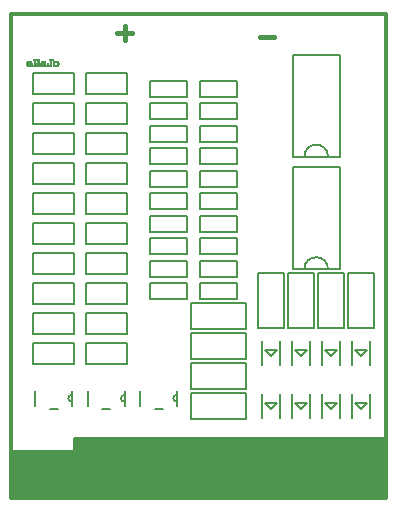
<source format=gbr>
G04 GENERATED BY PULSONIX 12.5 GERBER.DLL 9449*
G04 #@! TF.GenerationSoftware,Pulsonix,Pulsonix,12.5.9449*
G04 #@! TF.CreationDate,2024-02-09T14:36:55--1:00*
G04 #@! TF.Part,Single*
%FSLAX35Y35*%
%LPD*%
%MOMM*%
G04 #@! TF.FileFunction,Legend,Top*
G04 #@! TF.FilePolarity,Positive*
G04 #@! TA.AperFunction,Profile*
%ADD96C,0.30000*%
G04 #@! TA.AperFunction,Material*
%ADD97C,0.20000*%
%ADD98C,0.20320*%
G04 #@! TD.AperFunction*
%ADD99C,0.45000*%
%ADD100C,0.00001*%
G04 #@! TD.AperFunction*
X0Y0D02*
D02*
D96*
X342500Y4596500D02*
X3517500D01*
Y496500D01*
X342500D01*
Y4596500D01*
D02*
D97*
X876625Y896500D02*
Y1007625D01*
X3517500D01*
Y496500D01*
X342500D01*
Y896500D01*
X876625D01*
G36*
X876625Y896500D02*
Y1007625D01*
X3517500D01*
Y496500D01*
X342500D01*
Y896500D01*
X876625D01*
G37*
X3024500Y2435000D02*
X2824500D01*
G75*
G02*
X3024500I100000J0D01*
G01*
Y3387500D02*
X2824500D01*
G75*
G02*
X3024500I100000J0D01*
G01*
X3124500Y2435000D02*
X2724500D01*
Y3295000D01*
X3124500D01*
Y2435000D01*
Y3387500D02*
X2724500D01*
Y4247500D01*
X3124500D01*
Y3387500D01*
D02*
D98*
X529280Y1633100D02*
Y1810900D01*
X874720D01*
Y1633100D01*
X529280D01*
Y2141100D02*
Y2318900D01*
X874720D01*
Y2141100D01*
X529280D01*
Y2649100D02*
Y2826900D01*
X874720D01*
Y2649100D01*
X529280D01*
Y3157100D02*
Y3334900D01*
X874720D01*
Y3157100D01*
X529280D01*
Y3665100D02*
Y3842900D01*
X874720D01*
Y3665100D01*
X529280D01*
X547009Y1403179D02*
Y1278821D01*
X668218Y1251008D02*
X735782D01*
X856991Y1278821D02*
Y1403179D01*
Y1371480D02*
G75*
G03*
Y1310520I0J-30480D01*
G01*
X874720Y2064900D02*
Y1887100D01*
X529280D01*
Y2064900D01*
X874720D01*
Y2572900D02*
Y2395100D01*
X529280D01*
Y2572900D01*
X874720D01*
Y3080900D02*
Y2903100D01*
X529280D01*
Y3080900D01*
X874720D01*
Y3588900D02*
Y3411100D01*
X529280D01*
Y3588900D01*
X874720D01*
Y4096900D02*
Y3919100D01*
X529280D01*
Y4096900D01*
X874720D01*
X973780Y1633100D02*
Y1810900D01*
X1319220D01*
Y1633100D01*
X973780D01*
Y2141100D02*
Y2318900D01*
X1319220D01*
Y2141100D01*
X973780D01*
Y2649100D02*
Y2826900D01*
X1319220D01*
Y2649100D01*
X973780D01*
Y3157100D02*
Y3334900D01*
X1319220D01*
Y3157100D01*
X973780D01*
Y3665100D02*
Y3842900D01*
X1319220D01*
Y3665100D01*
X973780D01*
X991509Y1403179D02*
Y1278821D01*
X1112718Y1251008D02*
X1180282D01*
X1301491Y1278821D02*
Y1403179D01*
Y1371480D02*
G75*
G03*
Y1310520I0J-30480D01*
G01*
X1319220Y2064900D02*
Y1887100D01*
X973780D01*
Y2064900D01*
X1319220D01*
Y2572900D02*
Y2395100D01*
X973780D01*
Y2572900D01*
X1319220D01*
Y3080900D02*
Y2903100D01*
X973780D01*
Y3080900D01*
X1319220D01*
Y3588900D02*
Y3411100D01*
X973780D01*
Y3588900D01*
X1319220D01*
Y4096900D02*
Y3919100D01*
X973780D01*
Y4096900D01*
X1319220D01*
X1436009Y1403179D02*
Y1278821D01*
X1519790Y2370690D02*
Y2505310D01*
X1832210D01*
Y2370690D01*
X1519790D01*
Y2751690D02*
Y2886310D01*
X1832210D01*
Y2751690D01*
X1519790D01*
Y3132690D02*
Y3267310D01*
X1832210D01*
Y3132690D01*
X1519790D01*
Y3513690D02*
Y3648310D01*
X1832210D01*
Y3513690D01*
X1519790D01*
Y3894690D02*
Y4029310D01*
X1832210D01*
Y3894690D01*
X1519790D01*
X1557218Y1251008D02*
X1624782D01*
X1745991Y1278821D02*
Y1403179D01*
Y1371480D02*
G75*
G03*
Y1310520I0J-30480D01*
G01*
X1832210Y2314810D02*
Y2180190D01*
X1519790D01*
Y2314810D01*
X1832210D01*
Y2695810D02*
Y2561190D01*
X1519790D01*
Y2695810D01*
X1832210D01*
Y3076810D02*
Y2942190D01*
X1519790D01*
Y3076810D01*
X1832210D01*
Y3457810D02*
Y3323190D01*
X1519790D01*
Y3457810D01*
X1832210D01*
Y3838810D02*
Y3704190D01*
X1519790D01*
Y3838810D01*
X1832210D01*
X1866590Y1169550D02*
Y1385450D01*
X2331410D01*
Y1169550D01*
X1866590D01*
Y1423550D02*
Y1639450D01*
X2331410D01*
Y1423550D01*
X1866590D01*
Y1677550D02*
Y1893450D01*
X2331410D01*
Y1677550D01*
X1866590D01*
Y1931550D02*
Y2147450D01*
X2331410D01*
Y1931550D01*
X1866590D01*
X1942790Y2370690D02*
Y2505310D01*
X2255210D01*
Y2370690D01*
X1942790D01*
Y2751690D02*
Y2886310D01*
X2255210D01*
Y2751690D01*
X1942790D01*
Y3132690D02*
Y3267310D01*
X2255210D01*
Y3132690D01*
X1942790D01*
Y3513690D02*
Y3648310D01*
X2255210D01*
Y3513690D01*
X1942790D01*
Y3894690D02*
Y4029310D01*
X2255210D01*
Y3894690D01*
X1942790D01*
X2255210Y2314810D02*
Y2180190D01*
X1942790D01*
Y2314810D01*
X2255210D01*
Y2695810D02*
Y2561190D01*
X1942790D01*
Y2695810D01*
X2255210D01*
Y3076810D02*
Y2942190D01*
X1942790D01*
Y3076810D01*
X2255210D01*
Y3457810D02*
Y3323190D01*
X1942790D01*
Y3457810D01*
X2255210D01*
Y3838810D02*
Y3704190D01*
X1942790D01*
Y3838810D01*
X2255210D01*
X2435550Y2398910D02*
X2651450D01*
Y1934090D01*
X2435550D01*
Y2398910D01*
X2468500Y1377500D02*
Y1177500D01*
Y1822000D02*
Y1622000D01*
X2543500Y1252500D02*
X2593500Y1302500D01*
X2493500D01*
X2543500Y1252500D01*
Y1697000D02*
X2593500Y1747000D01*
X2493500D01*
X2543500Y1697000D01*
X2618500Y1377500D02*
Y1177500D01*
Y1822000D02*
Y1622000D01*
X2689550Y2398910D02*
X2905450D01*
Y1934090D01*
X2689550D01*
Y2398910D01*
X2722500Y1377500D02*
Y1177500D01*
Y1822000D02*
Y1622000D01*
X2797500Y1252500D02*
X2847500Y1302500D01*
X2747500D01*
X2797500Y1252500D01*
Y1697000D02*
X2847500Y1747000D01*
X2747500D01*
X2797500Y1697000D01*
X2872500Y1377500D02*
Y1177500D01*
Y1822000D02*
Y1622000D01*
X2943550Y2398910D02*
X3159450D01*
Y1934090D01*
X2943550D01*
Y2398910D01*
X2976500Y1377500D02*
Y1177500D01*
Y1822000D02*
Y1622000D01*
X3051500Y1252500D02*
X3101500Y1302500D01*
X3001500D01*
X3051500Y1252500D01*
Y1697000D02*
X3101500Y1747000D01*
X3001500D01*
X3051500Y1697000D01*
X3126500Y1377500D02*
Y1177500D01*
Y1822000D02*
Y1622000D01*
X3197550Y2398910D02*
X3413450D01*
Y1934090D01*
X3197550D01*
Y2398910D01*
X3230500Y1377500D02*
Y1177500D01*
Y1822000D02*
Y1622000D01*
X3305500Y1252500D02*
X3355500Y1302500D01*
X3255500D01*
X3305500Y1252500D01*
Y1697000D02*
X3355500Y1747000D01*
X3255500D01*
X3305500Y1697000D01*
X3380500Y1377500D02*
Y1177500D01*
Y1822000D02*
Y1622000D01*
D02*
D99*
X1241750Y4430088D02*
X1361279Y4430088D01*
X1301515Y4370324D02*
X1301515Y4489853D01*
X2448250Y4398338D02*
X2567779Y4398338D01*
D02*
D100*
X574104Y4201040D02*
Y4161611D01*
X575936D01*
X577522Y4161367D01*
X578621Y4161123D01*
X579354Y4160757D01*
X580086Y4160024D01*
X580574Y4159170D01*
X580940Y4158193D01*
X581063Y4157095D01*
X580940Y4155874D01*
X580696Y4154775D01*
X580086Y4153921D01*
X579476Y4153311D01*
X578987Y4153066D01*
X578499Y4152822D01*
X577889Y4152578D01*
X577156Y4152456D01*
X576180Y4152334D01*
X575203Y4152212D01*
X573982D01*
X572762D01*
X563118D01*
X561165D01*
X559578Y4152456D01*
X558357Y4152822D01*
X557381Y4153311D01*
X556771Y4153921D01*
X556282Y4154775D01*
X555916Y4155752D01*
Y4156973D01*
X556038Y4158315D01*
X556404Y4159292D01*
X556893Y4160269D01*
X557747Y4161001D01*
X558724Y4161367D01*
X559944Y4161611D01*
X561409Y4161733D01*
X563118Y4161855D01*
X563851D01*
Y4174551D01*
X542000D01*
Y4161855D01*
X543709D01*
X545052Y4161733D01*
X546272Y4161611D01*
X547371Y4161245D01*
X548226Y4160757D01*
X549080Y4160024D01*
X549568Y4159170D01*
X549935Y4158193D01*
X550057Y4157095D01*
X549935Y4155874D01*
X549690Y4154775D01*
X549202Y4153921D01*
X548592Y4153311D01*
X547737Y4152822D01*
X546517Y4152456D01*
X545052Y4152212D01*
X543343D01*
X531014D01*
X529427D01*
X527962Y4152456D01*
X526863Y4152944D01*
X526131Y4153433D01*
X525521Y4154165D01*
X525154Y4155020D01*
X524910Y4155996D01*
X524788Y4157095D01*
X524910Y4158315D01*
X525276Y4159292D01*
X525765Y4160146D01*
X526375Y4160757D01*
X527229Y4161123D01*
X528328Y4161367D01*
X529915Y4161611D01*
X531746D01*
Y4201040D01*
X529915Y4201162D01*
X528328Y4201406D01*
X527229Y4201772D01*
X526375Y4202139D01*
X525765Y4202749D01*
X525276Y4203604D01*
X524910Y4204702D01*
X524788Y4205923D01*
X524910Y4207021D01*
X525154Y4207998D01*
X525521Y4208730D01*
X526131Y4209463D01*
X526985Y4210073D01*
X528084Y4210439D01*
X529549Y4210684D01*
X531258D01*
X542854D01*
X544808D01*
X546272Y4210439D01*
X547493Y4210195D01*
X548348Y4209707D01*
X549080Y4209097D01*
X549690Y4208242D01*
X549935Y4207144D01*
X550057Y4205923D01*
X549935Y4204702D01*
X549568Y4203604D01*
X548958Y4202749D01*
X548104Y4202017D01*
X547127Y4201650D01*
X545906Y4201284D01*
X544319Y4201162D01*
X542610Y4201040D01*
X542000D01*
Y4183828D01*
X563851D01*
Y4201040D01*
X562142D01*
X560677Y4201162D01*
X559456Y4201406D01*
X558479Y4201650D01*
X557625Y4202139D01*
X556771Y4202871D01*
X556282Y4203726D01*
X556038Y4204702D01*
X555916Y4205923D01*
X556038Y4207144D01*
X556282Y4208242D01*
X556771Y4209097D01*
X557625Y4209707D01*
X558479Y4210195D01*
X559700Y4210439D01*
X561409Y4210684D01*
X563606D01*
X574715D01*
X576424D01*
X577767Y4210439D01*
X578865Y4210073D01*
X579720Y4209463D01*
X580330Y4208730D01*
X580696Y4207998D01*
X580940Y4207021D01*
X581063Y4205923D01*
X580940Y4204702D01*
X580696Y4203726D01*
X580086Y4202871D01*
X579476Y4202139D01*
X578621Y4201772D01*
X577522Y4201406D01*
X575936Y4201162D01*
X574104Y4201040D01*
G36*
X574104Y4201040D02*
Y4161611D01*
X575936D01*
X577522Y4161367D01*
X578621Y4161123D01*
X579354Y4160757D01*
X580086Y4160024D01*
X580574Y4159170D01*
X580940Y4158193D01*
X581063Y4157095D01*
X580940Y4155874D01*
X580696Y4154775D01*
X580086Y4153921D01*
X579476Y4153311D01*
X578987Y4153066D01*
X578499Y4152822D01*
X577889Y4152578D01*
X577156Y4152456D01*
X576180Y4152334D01*
X575203Y4152212D01*
X573982D01*
X572762D01*
X563118D01*
X561165D01*
X559578Y4152456D01*
X558357Y4152822D01*
X557381Y4153311D01*
X556771Y4153921D01*
X556282Y4154775D01*
X555916Y4155752D01*
Y4156973D01*
X556038Y4158315D01*
X556404Y4159292D01*
X556893Y4160269D01*
X557747Y4161001D01*
X558724Y4161367D01*
X559944Y4161611D01*
X561409Y4161733D01*
X563118Y4161855D01*
X563851D01*
Y4174551D01*
X542000D01*
Y4161855D01*
X543709D01*
X545052Y4161733D01*
X546272Y4161611D01*
X547371Y4161245D01*
X548226Y4160757D01*
X549080Y4160024D01*
X549568Y4159170D01*
X549935Y4158193D01*
X550057Y4157095D01*
X549935Y4155874D01*
X549690Y4154775D01*
X549202Y4153921D01*
X548592Y4153311D01*
X547737Y4152822D01*
X546517Y4152456D01*
X545052Y4152212D01*
X543343D01*
X531014D01*
X529427D01*
X527962Y4152456D01*
X526863Y4152944D01*
X526131Y4153433D01*
X525521Y4154165D01*
X525154Y4155020D01*
X524910Y4155996D01*
X524788Y4157095D01*
X524910Y4158315D01*
X525276Y4159292D01*
X525765Y4160146D01*
X526375Y4160757D01*
X527229Y4161123D01*
X528328Y4161367D01*
X529915Y4161611D01*
X531746D01*
Y4201040D01*
X529915Y4201162D01*
X528328Y4201406D01*
X527229Y4201772D01*
X526375Y4202139D01*
X525765Y4202749D01*
X525276Y4203604D01*
X524910Y4204702D01*
X524788Y4205923D01*
X524910Y4207021D01*
X525154Y4207998D01*
X525521Y4208730D01*
X526131Y4209463D01*
X526985Y4210073D01*
X528084Y4210439D01*
X529549Y4210684D01*
X531258D01*
X542854D01*
X544808D01*
X546272Y4210439D01*
X547493Y4210195D01*
X548348Y4209707D01*
X549080Y4209097D01*
X549690Y4208242D01*
X549935Y4207144D01*
X550057Y4205923D01*
X549935Y4204702D01*
X549568Y4203604D01*
X548958Y4202749D01*
X548104Y4202017D01*
X547127Y4201650D01*
X545906Y4201284D01*
X544319Y4201162D01*
X542610Y4201040D01*
X542000D01*
Y4183828D01*
X563851D01*
Y4201040D01*
X562142D01*
X560677Y4201162D01*
X559456Y4201406D01*
X558479Y4201650D01*
X557625Y4202139D01*
X556771Y4202871D01*
X556282Y4203726D01*
X556038Y4204702D01*
X555916Y4205923D01*
X556038Y4207144D01*
X556282Y4208242D01*
X556771Y4209097D01*
X557625Y4209707D01*
X558479Y4210195D01*
X559700Y4210439D01*
X561409Y4210684D01*
X563606D01*
X574715D01*
X576424D01*
X577767Y4210439D01*
X578865Y4210073D01*
X579720Y4209463D01*
X580330Y4208730D01*
X580696Y4207998D01*
X580940Y4207021D01*
X581063Y4205923D01*
X580940Y4204702D01*
X580696Y4203726D01*
X580086Y4202871D01*
X579476Y4202139D01*
X578621Y4201772D01*
X577522Y4201406D01*
X575936Y4201162D01*
X574104Y4201040D01*
G37*
X635994Y4157705D02*
X635872Y4156606D01*
X635628Y4155630D01*
X635140Y4154897D01*
X634529Y4154165D01*
X633675Y4153555D01*
X632820Y4153188D01*
X631844Y4152944D01*
X630623D01*
X623421D01*
X622566D01*
X621712Y4153188D01*
X620979Y4153555D01*
X620247Y4153921D01*
X619271Y4155386D01*
X618660Y4157339D01*
X617195Y4156240D01*
X615486Y4155264D01*
X613899Y4154409D01*
X612068Y4153677D01*
X609749Y4152822D01*
X607430Y4152212D01*
X604988Y4151846D01*
X602425Y4151724D01*
X600594Y4151846D01*
X598885Y4151968D01*
X597298Y4152334D01*
X595711Y4152822D01*
X594246Y4153433D01*
X592781Y4154165D01*
X591561Y4155020D01*
X590340Y4155996D01*
X589241Y4157095D01*
X588265Y4158315D01*
X587410Y4159536D01*
X586800Y4160879D01*
X586312Y4162344D01*
X585945Y4163809D01*
X585701Y4165396D01*
X585579Y4166982D01*
X585701Y4168936D01*
X585945Y4170889D01*
X586434Y4172598D01*
X587166Y4174185D01*
X588021Y4175771D01*
X589119Y4177114D01*
X590462Y4178457D01*
X591927Y4179556D01*
X593514Y4180532D01*
X595223Y4181509D01*
X597054Y4182241D01*
X599007Y4182852D01*
X601082Y4183218D01*
X603401Y4183584D01*
X605843Y4183828D01*
X608406D01*
X611214D01*
X614021Y4183584D01*
X617928Y4182974D01*
X617684Y4184561D01*
X617195Y4185903D01*
X616585Y4187124D01*
X615730Y4188101D01*
X614632Y4188955D01*
X613045Y4189687D01*
X611214Y4190054D01*
X609017Y4190176D01*
X607430Y4190054D01*
X605599Y4189687D01*
X603646Y4189199D01*
X601570Y4188345D01*
X599373Y4187490D01*
X597664Y4186880D01*
X596199Y4186514D01*
X595101Y4186392D01*
X594124Y4186514D01*
X593270Y4186758D01*
X592415Y4187246D01*
X591805Y4187856D01*
X591194Y4188711D01*
X590828Y4189565D01*
X590584Y4190664D01*
X590462Y4191763D01*
X590584Y4192617D01*
X590828Y4193594D01*
X591316Y4194326D01*
X592049Y4195181D01*
X592903Y4195913D01*
X594002Y4196523D01*
X595223Y4197134D01*
X596688Y4197744D01*
X599495Y4198599D01*
X602791Y4199209D01*
X606331Y4199575D01*
X610359Y4199697D01*
X612435Y4199575D01*
X614388Y4199331D01*
X616219Y4199087D01*
X617928Y4198477D01*
X619515Y4197866D01*
X620979Y4197134D01*
X622322Y4196157D01*
X623543Y4195181D01*
X624642Y4193960D01*
X625618Y4192617D01*
X626351Y4191152D01*
X626961Y4189565D01*
X627571Y4187856D01*
X627815Y4186025D01*
X628060Y4184072D01*
X628182Y4181875D01*
Y4162466D01*
X628914D01*
X630623Y4162344D01*
X632088Y4162222D01*
X633187Y4161978D01*
X634163Y4161611D01*
X634896Y4160879D01*
X635506Y4160024D01*
X635872Y4159048D01*
X635994Y4157705D01*
X614266Y4174551D02*
X612068Y4174795D01*
X609749Y4174917D01*
X606575Y4174673D01*
X603890Y4174307D01*
X601448Y4173696D01*
X599373Y4172720D01*
X597908Y4171621D01*
X596932Y4170400D01*
X596199Y4169058D01*
X596077Y4167593D01*
X596199Y4166372D01*
X596565Y4165396D01*
X597176Y4164541D01*
X598030Y4163687D01*
X599129Y4162832D01*
X600472Y4162344D01*
X601937Y4161978D01*
X603523Y4161855D01*
X606209Y4161978D01*
X608772Y4162588D01*
X611336Y4163442D01*
X613655Y4164785D01*
X614632Y4165396D01*
X615486Y4166006D01*
X616219Y4166738D01*
X616829Y4167349D01*
X617317Y4167959D01*
X617684Y4168569D01*
X617806Y4169180D01*
X617928Y4169790D01*
Y4173818D01*
X614266Y4174551D01*
X585667Y4168386D02*
G36*
X585667Y4168386D02*
X596143D01*
X596199Y4169058D01*
X596932Y4170400D01*
X597908Y4171621D01*
X599373Y4172720D01*
X601448Y4173696D01*
X603890Y4174307D01*
X606575Y4174673D01*
X609749Y4174917D01*
X612068Y4174795D01*
X614266Y4174551D01*
X617928Y4173818D01*
Y4169790D01*
X617806Y4169180D01*
X617684Y4168569D01*
X617574Y4168386D01*
X628182D01*
Y4181875D01*
X628060Y4184072D01*
X627815Y4186025D01*
X627571Y4187856D01*
X626961Y4189565D01*
X626351Y4191152D01*
X625618Y4192617D01*
X624642Y4193960D01*
X623543Y4195181D01*
X622322Y4196157D01*
X620979Y4197134D01*
X619515Y4197866D01*
X617928Y4198477D01*
X616219Y4199087D01*
X614388Y4199331D01*
X612435Y4199575D01*
X610359Y4199697D01*
X606331Y4199575D01*
X602791Y4199209D01*
X599495Y4198599D01*
X596688Y4197744D01*
X595223Y4197134D01*
X594002Y4196523D01*
X592903Y4195913D01*
X592049Y4195181D01*
X591316Y4194326D01*
X590828Y4193594D01*
X590584Y4192617D01*
X590462Y4191763D01*
X590584Y4190664D01*
X590828Y4189565D01*
X591194Y4188711D01*
X591805Y4187856D01*
X592415Y4187246D01*
X593270Y4186758D01*
X594124Y4186514D01*
X595101Y4186392D01*
X596199Y4186514D01*
X597664Y4186880D01*
X599373Y4187490D01*
X601570Y4188345D01*
X603646Y4189199D01*
X605599Y4189687D01*
X607430Y4190054D01*
X609017Y4190176D01*
X611214Y4190054D01*
X613045Y4189687D01*
X614632Y4188955D01*
X615730Y4188101D01*
X616585Y4187124D01*
X617195Y4185903D01*
X617684Y4184561D01*
X617928Y4182974D01*
X614021Y4183584D01*
X611214Y4183828D01*
X608406D01*
X605843D01*
X603401Y4183584D01*
X601082Y4183218D01*
X599007Y4182852D01*
X597054Y4182241D01*
X595223Y4181509D01*
X593514Y4180532D01*
X591927Y4179556D01*
X590462Y4178457D01*
X589119Y4177114D01*
X588021Y4175771D01*
X587166Y4174185D01*
X586434Y4172598D01*
X585945Y4170889D01*
X585701Y4168936D01*
X585667Y4168386D01*
G37*
X585579Y4166982D02*
G36*
X585579Y4166982D02*
X585701Y4165396D01*
X585945Y4163809D01*
X586312Y4162344D01*
X586800Y4160879D01*
X587410Y4159536D01*
X588265Y4158315D01*
X589241Y4157095D01*
X590340Y4155996D01*
X591561Y4155020D01*
X592781Y4154165D01*
X594246Y4153433D01*
X595711Y4152822D01*
X597298Y4152334D01*
X598885Y4151968D01*
X600594Y4151846D01*
X602425Y4151724D01*
X604988Y4151846D01*
X607430Y4152212D01*
X609749Y4152822D01*
X612068Y4153677D01*
X613899Y4154409D01*
X615486Y4155264D01*
X617195Y4156240D01*
X618660Y4157339D01*
X619271Y4155386D01*
X620247Y4153921D01*
X620979Y4153555D01*
X621712Y4153188D01*
X622566Y4152944D01*
X623421D01*
X630623D01*
X631844D01*
X632820Y4153188D01*
X633675Y4153555D01*
X634529Y4154165D01*
X635140Y4154897D01*
X635628Y4155630D01*
X635872Y4156606D01*
X635994Y4157705D01*
X635872Y4159048D01*
X635506Y4160024D01*
X634896Y4160879D01*
X634163Y4161611D01*
X633187Y4161978D01*
X632088Y4162222D01*
X630623Y4162344D01*
X628914Y4162466D01*
X628182D01*
Y4168386D01*
X617574D01*
X617317Y4167959D01*
X616829Y4167349D01*
X616219Y4166738D01*
X615486Y4166006D01*
X614632Y4165396D01*
X613655Y4164785D01*
X611336Y4163442D01*
X608772Y4162588D01*
X606209Y4161978D01*
X603523Y4161855D01*
X601937Y4161978D01*
X600472Y4162344D01*
X599129Y4162832D01*
X598030Y4163687D01*
X597176Y4164541D01*
X596565Y4165396D01*
X596199Y4166372D01*
X596077Y4167593D01*
X596143Y4168386D01*
X585667D01*
X585579Y4166982D01*
G37*
X694222Y4205923D02*
X694100Y4204702D01*
X693733Y4203604D01*
X693245Y4202749D01*
X692513Y4202017D01*
X691658Y4201650D01*
X690560Y4201284D01*
X689095Y4201162D01*
X687264Y4201040D01*
X682869D01*
Y4172964D01*
X682747Y4170278D01*
X682503Y4167837D01*
X682137Y4165518D01*
X681648Y4163320D01*
X680916Y4161367D01*
X680062Y4159658D01*
X679085Y4158071D01*
X677986Y4156729D01*
X676644Y4155508D01*
X675057Y4154531D01*
X673470Y4153555D01*
X671517Y4152822D01*
X669563Y4152334D01*
X667244Y4151846D01*
X664925Y4151602D01*
X662361D01*
X660042D01*
X657845Y4151846D01*
X655770Y4152090D01*
X653694Y4152578D01*
X651741Y4153066D01*
X649666Y4153921D01*
X647591Y4154775D01*
X645516Y4155874D01*
X644539Y4156362D01*
X643807Y4156973D01*
X643196Y4157461D01*
X642830Y4158071D01*
X642586Y4158804D01*
X642342Y4159658D01*
X642220Y4160757D01*
Y4161978D01*
Y4172842D01*
Y4174673D01*
X642464Y4176016D01*
X642708Y4177114D01*
X643196Y4177847D01*
X643807Y4178457D01*
X644661Y4178945D01*
X645516Y4179189D01*
X646492Y4179312D01*
X648079Y4179067D01*
X649300Y4178579D01*
X650398Y4177725D01*
X651009Y4176504D01*
X651253Y4175894D01*
X651497Y4175161D01*
Y4174673D01*
X651619Y4174062D01*
Y4173452D01*
Y4172598D01*
Y4172109D01*
X651741Y4169546D01*
X652107Y4167227D01*
X652596Y4165762D01*
X653450Y4164419D01*
X654305Y4163320D01*
X655403Y4162222D01*
X656868Y4161489D01*
X658333Y4160879D01*
X660042Y4160635D01*
X661873Y4160513D01*
X664559Y4160635D01*
X666756Y4161245D01*
X668587Y4162222D01*
X670052Y4163564D01*
X670540Y4164419D01*
X671150Y4165273D01*
X671517Y4166494D01*
X671883Y4167715D01*
X672127Y4169180D01*
X672371Y4170645D01*
X672493Y4172354D01*
Y4174185D01*
Y4201040D01*
X665779D01*
X663826Y4201162D01*
X662361Y4201284D01*
X661263Y4201650D01*
X660408Y4202017D01*
X659676Y4202749D01*
X659065Y4203604D01*
X658821Y4204702D01*
X658699Y4205923D01*
Y4207021D01*
X658943Y4207998D01*
X659432Y4208730D01*
X659920Y4209463D01*
X660652Y4210073D01*
X661507Y4210439D01*
X662483Y4210684D01*
X663582D01*
X689461D01*
X690560D01*
X691536Y4210439D01*
X692269Y4209951D01*
X693001Y4209341D01*
X693489Y4208608D01*
X693855Y4207876D01*
X694100Y4206899D01*
X694222Y4205923D01*
G36*
X694222Y4205923D02*
X694100Y4204702D01*
X693733Y4203604D01*
X693245Y4202749D01*
X692513Y4202017D01*
X691658Y4201650D01*
X690560Y4201284D01*
X689095Y4201162D01*
X687264Y4201040D01*
X682869D01*
Y4172964D01*
X682747Y4170278D01*
X682503Y4167837D01*
X682137Y4165518D01*
X681648Y4163320D01*
X680916Y4161367D01*
X680062Y4159658D01*
X679085Y4158071D01*
X677986Y4156729D01*
X676644Y4155508D01*
X675057Y4154531D01*
X673470Y4153555D01*
X671517Y4152822D01*
X669563Y4152334D01*
X667244Y4151846D01*
X664925Y4151602D01*
X662361D01*
X660042D01*
X657845Y4151846D01*
X655770Y4152090D01*
X653694Y4152578D01*
X651741Y4153066D01*
X649666Y4153921D01*
X647591Y4154775D01*
X645516Y4155874D01*
X644539Y4156362D01*
X643807Y4156973D01*
X643196Y4157461D01*
X642830Y4158071D01*
X642586Y4158804D01*
X642342Y4159658D01*
X642220Y4160757D01*
Y4161978D01*
Y4172842D01*
Y4174673D01*
X642464Y4176016D01*
X642708Y4177114D01*
X643196Y4177847D01*
X643807Y4178457D01*
X644661Y4178945D01*
X645516Y4179189D01*
X646492Y4179312D01*
X648079Y4179067D01*
X649300Y4178579D01*
X650398Y4177725D01*
X651009Y4176504D01*
X651253Y4175894D01*
X651497Y4175161D01*
Y4174673D01*
X651619Y4174062D01*
Y4173452D01*
Y4172598D01*
Y4172109D01*
X651741Y4169546D01*
X652107Y4167227D01*
X652596Y4165762D01*
X653450Y4164419D01*
X654305Y4163320D01*
X655403Y4162222D01*
X656868Y4161489D01*
X658333Y4160879D01*
X660042Y4160635D01*
X661873Y4160513D01*
X664559Y4160635D01*
X666756Y4161245D01*
X668587Y4162222D01*
X670052Y4163564D01*
X670540Y4164419D01*
X671150Y4165273D01*
X671517Y4166494D01*
X671883Y4167715D01*
X672127Y4169180D01*
X672371Y4170645D01*
X672493Y4172354D01*
Y4174185D01*
Y4201040D01*
X665779D01*
X663826Y4201162D01*
X662361Y4201284D01*
X661263Y4201650D01*
X660408Y4202017D01*
X659676Y4202749D01*
X659065Y4203604D01*
X658821Y4204702D01*
X658699Y4205923D01*
Y4207021D01*
X658943Y4207998D01*
X659432Y4208730D01*
X659920Y4209463D01*
X660652Y4210073D01*
X661507Y4210439D01*
X662483Y4210684D01*
X663582D01*
X689461D01*
X690560D01*
X691536Y4210439D01*
X692269Y4209951D01*
X693001Y4209341D01*
X693489Y4208608D01*
X693855Y4207876D01*
X694100Y4206899D01*
X694222Y4205923D01*
G37*
X743660Y4175771D02*
X743538Y4173208D01*
X743294Y4170767D01*
X742684Y4168325D01*
X741951Y4166128D01*
X740853Y4164053D01*
X739632Y4162100D01*
X738167Y4160146D01*
X736458Y4158437D01*
X734627Y4156851D01*
X732674Y4155508D01*
X730477Y4154409D01*
X728279Y4153433D01*
X725838Y4152700D01*
X723396Y4152212D01*
X720711Y4151846D01*
X717903Y4151724D01*
X715096Y4151846D01*
X712532Y4152212D01*
X709969Y4152700D01*
X707649Y4153433D01*
X705452Y4154409D01*
X703255Y4155508D01*
X701302Y4156851D01*
X699471Y4158437D01*
X697762Y4160146D01*
X696297Y4162100D01*
X695076Y4164053D01*
X693978Y4166128D01*
X693245Y4168325D01*
X692635Y4170645D01*
X692391Y4173086D01*
X692269Y4175649D01*
X692391Y4178213D01*
X692635Y4180776D01*
X693245Y4183096D01*
X693978Y4185293D01*
X695076Y4187368D01*
X696297Y4189321D01*
X697762Y4191274D01*
X699471Y4192983D01*
X701302Y4194570D01*
X703255Y4195913D01*
X705452Y4197012D01*
X707649Y4197988D01*
X709969Y4198721D01*
X712532Y4199209D01*
X715218Y4199575D01*
X717903Y4199697D01*
X720711Y4199575D01*
X723396Y4199209D01*
X725838Y4198721D01*
X728279Y4197988D01*
X730477Y4197012D01*
X732674Y4195913D01*
X734627Y4194570D01*
X736458Y4192983D01*
X738167Y4191274D01*
X739632Y4189321D01*
X740853Y4187368D01*
X741951Y4185293D01*
X742684Y4183096D01*
X743294Y4180776D01*
X743538Y4178335D01*
X743660Y4175771D01*
X703377D02*
X703499Y4174185D01*
X703621Y4172720D01*
X703987Y4171255D01*
X704354Y4169912D01*
X704964Y4168691D01*
X705696Y4167471D01*
X706551Y4166372D01*
X707405Y4165273D01*
X708504Y4164297D01*
X709603Y4163442D01*
X710823Y4162832D01*
X712044Y4162222D01*
X713509Y4161733D01*
X714852Y4161489D01*
X716438Y4161245D01*
X718025D01*
X719490D01*
X721077Y4161489D01*
X722542Y4161733D01*
X723885Y4162222D01*
X725105Y4162832D01*
X726326Y4163442D01*
X727425Y4164297D01*
X728523Y4165273D01*
X729500Y4166372D01*
X730354Y4167471D01*
X731087Y4168691D01*
X731575Y4169912D01*
X732063Y4171255D01*
X732430Y4172598D01*
X732552Y4174185D01*
X732674Y4175649D01*
X732552Y4177236D01*
X732430Y4178701D01*
X732063Y4180166D01*
X731575Y4181509D01*
X731087Y4182729D01*
X730354Y4183950D01*
X729500Y4185171D01*
X728523Y4186147D01*
X727425Y4187124D01*
X726326Y4187979D01*
X725105Y4188711D01*
X723885Y4189321D01*
X722542Y4189687D01*
X721077Y4190054D01*
X719490Y4190176D01*
X718025Y4190298D01*
X716438Y4190176D01*
X714852Y4190054D01*
X713509Y4189687D01*
X712044Y4189321D01*
X710823Y4188711D01*
X709603Y4187979D01*
X708504Y4187124D01*
X707405Y4186147D01*
X706551Y4185171D01*
X705696Y4183950D01*
X704964Y4182852D01*
X704354Y4181509D01*
X703987Y4180166D01*
X703621Y4178823D01*
X703499Y4177358D01*
X703377Y4175771D01*
X692269Y4175649D02*
G36*
X692269Y4175649D02*
X692391Y4173086D01*
X692635Y4170645D01*
X693245Y4168325D01*
X693978Y4166128D01*
X695076Y4164053D01*
X696297Y4162100D01*
X697762Y4160146D01*
X699471Y4158437D01*
X701302Y4156851D01*
X703255Y4155508D01*
X705452Y4154409D01*
X707649Y4153433D01*
X709969Y4152700D01*
X712532Y4152212D01*
X715096Y4151846D01*
X717903Y4151724D01*
X720711Y4151846D01*
X723396Y4152212D01*
X725838Y4152700D01*
X728279Y4153433D01*
X730477Y4154409D01*
X732674Y4155508D01*
X734627Y4156851D01*
X736458Y4158437D01*
X738167Y4160146D01*
X739632Y4162100D01*
X740853Y4164053D01*
X741951Y4166128D01*
X742684Y4168325D01*
X743294Y4170767D01*
X743538Y4173208D01*
X743660Y4175771D01*
X732665D01*
X732674Y4175649D01*
X732552Y4174185D01*
X732430Y4172598D01*
X732063Y4171255D01*
X731575Y4169912D01*
X731087Y4168691D01*
X730354Y4167471D01*
X729500Y4166372D01*
X728523Y4165273D01*
X727425Y4164297D01*
X726326Y4163442D01*
X725105Y4162832D01*
X723885Y4162222D01*
X722542Y4161733D01*
X721077Y4161489D01*
X719490Y4161245D01*
X718025D01*
X716438D01*
X714852Y4161489D01*
X713509Y4161733D01*
X712044Y4162222D01*
X710823Y4162832D01*
X709603Y4163442D01*
X708504Y4164297D01*
X707405Y4165273D01*
X706551Y4166372D01*
X705696Y4167471D01*
X704964Y4168691D01*
X704354Y4169912D01*
X703987Y4171255D01*
X703621Y4172720D01*
X703499Y4174185D01*
X703377Y4175771D01*
X692275D01*
X692269Y4175649D01*
G37*
X692275Y4175771D02*
G36*
X692275Y4175771D02*
X703377D01*
X703499Y4177358D01*
X703621Y4178823D01*
X703987Y4180166D01*
X704354Y4181509D01*
X704964Y4182852D01*
X705696Y4183950D01*
X706551Y4185171D01*
X707405Y4186147D01*
X708504Y4187124D01*
X709603Y4187979D01*
X710823Y4188711D01*
X712044Y4189321D01*
X713509Y4189687D01*
X714852Y4190054D01*
X716438Y4190176D01*
X718025Y4190298D01*
X719490Y4190176D01*
X721077Y4190054D01*
X722542Y4189687D01*
X723885Y4189321D01*
X725105Y4188711D01*
X726326Y4187979D01*
X727425Y4187124D01*
X728523Y4186147D01*
X729500Y4185171D01*
X730354Y4183950D01*
X731087Y4182729D01*
X731575Y4181509D01*
X732063Y4180166D01*
X732430Y4178701D01*
X732552Y4177236D01*
X732665Y4175771D01*
X743660D01*
X743538Y4178335D01*
X743294Y4180776D01*
X742684Y4183096D01*
X741951Y4185293D01*
X740853Y4187368D01*
X739632Y4189321D01*
X738167Y4191274D01*
X736458Y4192983D01*
X734627Y4194570D01*
X732674Y4195913D01*
X730477Y4197012D01*
X728279Y4197988D01*
X725838Y4198721D01*
X723396Y4199209D01*
X720711Y4199575D01*
X717903Y4199697D01*
X715218Y4199575D01*
X712532Y4199209D01*
X709969Y4198721D01*
X707649Y4197988D01*
X705452Y4197012D01*
X703255Y4195913D01*
X701302Y4194570D01*
X699471Y4192983D01*
X697762Y4191274D01*
X696297Y4189321D01*
X695076Y4187368D01*
X693978Y4185293D01*
X693245Y4183096D01*
X692635Y4180776D01*
X692391Y4178213D01*
X692275Y4175771D01*
G37*
X504891Y4168203D02*
X506233Y4168936D01*
X507576Y4169302D01*
X509163Y4169424D01*
X510628Y4169302D01*
X512093Y4168936D01*
X513436Y4168203D01*
X514534Y4167227D01*
X515511Y4166006D01*
X516243Y4164663D01*
X516609Y4163198D01*
X516854Y4161733D01*
X516609Y4160269D01*
X516243Y4158682D01*
X515511Y4157461D01*
X514656Y4156240D01*
X513436Y4155264D01*
X512093Y4154531D01*
X510628Y4154165D01*
X509163Y4154043D01*
X507576Y4154165D01*
X505501Y4155020D01*
X502815Y4154043D01*
X500252Y4153311D01*
X497811Y4152700D01*
X495247Y4152334D01*
X492684Y4152212D01*
X490242D01*
X487557Y4152334D01*
X484993Y4152578D01*
X482674Y4153066D01*
X480354Y4153799D01*
X478279Y4154653D01*
X476326Y4155752D01*
X474373Y4156973D01*
X472664Y4158437D01*
X470467Y4161001D01*
X468636Y4163931D01*
X467293Y4167227D01*
X466316Y4170889D01*
X465096Y4172354D01*
X464241Y4174062D01*
X463997Y4176016D01*
X464119Y4178091D01*
X464607Y4179434D01*
X465218Y4180776D01*
X466072Y4181875D01*
X467171Y4182852D01*
X468147Y4185537D01*
X469490Y4188101D01*
X471199Y4190420D01*
X473152Y4192617D01*
X474983Y4194082D01*
X476937Y4195425D01*
X479012Y4196523D01*
X481209Y4197378D01*
X483528Y4198110D01*
X486092Y4198599D01*
X488655Y4198965D01*
X491341Y4199087D01*
X493904Y4198965D01*
X496224Y4198721D01*
X498421Y4198232D01*
X500618Y4197500D01*
X502693Y4196646D01*
X504524Y4195669D01*
X506355Y4194448D01*
X508064Y4192983D01*
X509651Y4191396D01*
X510994Y4189687D01*
X512215Y4187856D01*
X513191Y4186025D01*
X513924Y4184072D01*
X514412Y4182119D01*
X514778Y4179922D01*
Y4177847D01*
Y4176382D01*
X514534Y4175161D01*
X514046Y4174307D01*
X513436Y4173574D01*
X512581Y4173086D01*
X511116Y4172842D01*
X509285Y4172598D01*
X506844D01*
X478279D01*
X477547Y4171499D01*
X476570Y4170522D01*
X477059Y4168569D01*
X477913Y4166860D01*
X478890Y4165273D01*
X480232Y4163931D01*
X482308Y4162466D01*
X484749Y4161367D01*
X487679Y4160757D01*
X490975Y4160635D01*
X493294Y4160757D01*
X495979Y4161245D01*
X498665Y4161978D01*
X501473Y4163076D01*
Y4163198D01*
X501961Y4164663D01*
X502693Y4166128D01*
X503670Y4167227D01*
X504891Y4168203D01*
X481575Y4187856D02*
X480232Y4186636D01*
X479012Y4185171D01*
X478035Y4183706D01*
X477181Y4181875D01*
X478279Y4180654D01*
X504280Y4180532D01*
X503792Y4182607D01*
X502938Y4184561D01*
X501717Y4186270D01*
X500252Y4187734D01*
X498299Y4189077D01*
X496224Y4189932D01*
X493904Y4190542D01*
X491341Y4190786D01*
X488533Y4190542D01*
X485970Y4190054D01*
X483650Y4189077D01*
X481575Y4187856D01*
X473763Y4173330D02*
X474373Y4173818D01*
X474861Y4174429D01*
X475228Y4175039D01*
X475472Y4175771D01*
Y4176504D01*
Y4177236D01*
X475228Y4177969D01*
X474861Y4178579D01*
X474373Y4179189D01*
X473763Y4179678D01*
X473152Y4180044D01*
X472420Y4180166D01*
X471688Y4180288D01*
X470955Y4180166D01*
X470223Y4180044D01*
X469490Y4179678D01*
X469002Y4179189D01*
X468514Y4178701D01*
X467903Y4177358D01*
Y4176504D01*
Y4175771D01*
X468147Y4175161D01*
X468514Y4174429D01*
X468880Y4173818D01*
X469490Y4173452D01*
X470101Y4173086D01*
X470833Y4172842D01*
X471565Y4172720D01*
X472298Y4172842D01*
X473030Y4173086D01*
X473763Y4173330D01*
X511238Y4158560D02*
X511849Y4159048D01*
X512215Y4159658D01*
X512581Y4160269D01*
X512825Y4161123D01*
X512947Y4161855D01*
X512825Y4162588D01*
X512581Y4163198D01*
X512337Y4163931D01*
X511238Y4164907D01*
X509896Y4165518D01*
X509041Y4165640D01*
X508309Y4165518D01*
X507576Y4165273D01*
X506966Y4164907D01*
X506355Y4164419D01*
X505867Y4163809D01*
X505379Y4162466D01*
X505257Y4161733D01*
X505379Y4161001D01*
X505501Y4160269D01*
X505989Y4159658D01*
X506478Y4159048D01*
X507088Y4158560D01*
X507698Y4158193D01*
X508431Y4158071D01*
X509163Y4157949D01*
X509896Y4158071D01*
X510506Y4158193D01*
X511238Y4158560D01*
X468211Y4185659D02*
G36*
X468211Y4185659D02*
X479418D01*
X480232Y4186636D01*
X481575Y4187856D01*
X483650Y4189077D01*
X485970Y4190054D01*
X488533Y4190542D01*
X491341Y4190786D01*
X493904Y4190542D01*
X496224Y4189932D01*
X498299Y4189077D01*
X500252Y4187734D01*
X501717Y4186270D01*
X502154Y4185659D01*
X513328D01*
X513191Y4186025D01*
X512215Y4187856D01*
X510994Y4189687D01*
X509651Y4191396D01*
X508064Y4192983D01*
X506355Y4194448D01*
X504524Y4195669D01*
X502693Y4196646D01*
X500618Y4197500D01*
X498421Y4198232D01*
X496224Y4198721D01*
X493904Y4198965D01*
X491341Y4199087D01*
X488655Y4198965D01*
X486092Y4198599D01*
X483528Y4198110D01*
X481209Y4197378D01*
X479012Y4196523D01*
X476937Y4195425D01*
X474983Y4194082D01*
X473152Y4192617D01*
X471199Y4190420D01*
X469490Y4188101D01*
X468211Y4185659D01*
G37*
X463997Y4176016D02*
G36*
X463997Y4176016D02*
X464241Y4174062D01*
X465096Y4172354D01*
X466316Y4170889D01*
X467293Y4167227D01*
X468636Y4163931D01*
X469971Y4161794D01*
X483801D01*
X482308Y4162466D01*
X480232Y4163931D01*
X478890Y4165273D01*
X477913Y4166860D01*
X477059Y4168569D01*
X476570Y4170522D01*
X477547Y4171499D01*
X478279Y4172598D01*
X506844D01*
X509285D01*
X511116Y4172842D01*
X512581Y4173086D01*
X513436Y4173574D01*
X514046Y4174307D01*
X514534Y4175161D01*
X514778Y4176382D01*
Y4176504D01*
X475472D01*
Y4175771D01*
X475228Y4175039D01*
X474861Y4174429D01*
X474373Y4173818D01*
X473763Y4173330D01*
X473030Y4173086D01*
X472298Y4172842D01*
X471565Y4172720D01*
X470833Y4172842D01*
X470101Y4173086D01*
X469490Y4173452D01*
X468880Y4173818D01*
X468514Y4174429D01*
X468147Y4175161D01*
X467903Y4175771D01*
Y4176504D01*
X464026D01*
X463997Y4176016D01*
G37*
X464026Y4176504D02*
G36*
X464026Y4176504D02*
X467903D01*
Y4177358D01*
X468514Y4178701D01*
X469002Y4179189D01*
X469490Y4179678D01*
X470223Y4180044D01*
X470955Y4180166D01*
X471688Y4180288D01*
X472420Y4180166D01*
X473152Y4180044D01*
X473763Y4179678D01*
X474373Y4179189D01*
X474861Y4178579D01*
X475228Y4177969D01*
X475472Y4177236D01*
Y4176504D01*
X514778D01*
Y4177847D01*
Y4179922D01*
X514412Y4182119D01*
X513924Y4184072D01*
X513328Y4185659D01*
X502154D01*
X502938Y4184561D01*
X503792Y4182607D01*
X504280Y4180532D01*
X478279Y4180654D01*
X477181Y4181875D01*
X478035Y4183706D01*
X479012Y4185171D01*
X479418Y4185659D01*
X468211D01*
X468147Y4185537D01*
X467171Y4182852D01*
X466072Y4181875D01*
X465218Y4180776D01*
X464607Y4179434D01*
X464119Y4178091D01*
X464026Y4176504D01*
G37*
X497991Y4161794D02*
G36*
X497991Y4161794D02*
X505267D01*
X505379Y4162466D01*
X505867Y4163809D01*
X506355Y4164419D01*
X506966Y4164907D01*
X507576Y4165273D01*
X508309Y4165518D01*
X509041Y4165640D01*
X509896Y4165518D01*
X511238Y4164907D01*
X512337Y4163931D01*
X512581Y4163198D01*
X512825Y4162588D01*
X512947Y4161855D01*
X512937Y4161794D01*
X516844D01*
X516609Y4163198D01*
X516243Y4164663D01*
X515511Y4166006D01*
X514534Y4167227D01*
X513436Y4168203D01*
X512093Y4168936D01*
X510628Y4169302D01*
X509163Y4169424D01*
X507576Y4169302D01*
X506233Y4168936D01*
X504891Y4168203D01*
X503670Y4167227D01*
X502693Y4166128D01*
X501961Y4164663D01*
X501473Y4163198D01*
Y4163076D01*
X498665Y4161978D01*
X497991Y4161794D01*
G37*
X469971D02*
G36*
X469971Y4161794D02*
X470467Y4161001D01*
X472664Y4158437D01*
X474373Y4156973D01*
X476326Y4155752D01*
X478279Y4154653D01*
X480354Y4153799D01*
X482674Y4153066D01*
X484993Y4152578D01*
X487557Y4152334D01*
X490242Y4152212D01*
X492684D01*
X495247Y4152334D01*
X497811Y4152700D01*
X500252Y4153311D01*
X502815Y4154043D01*
X505501Y4155020D01*
X507576Y4154165D01*
X509163Y4154043D01*
X510628Y4154165D01*
X512093Y4154531D01*
X513436Y4155264D01*
X514656Y4156240D01*
X515511Y4157461D01*
X516243Y4158682D01*
X516609Y4160269D01*
X516854Y4161733D01*
X516844Y4161794D01*
X512937D01*
X512825Y4161123D01*
X512581Y4160269D01*
X512215Y4159658D01*
X511849Y4159048D01*
X511238Y4158560D01*
X510506Y4158193D01*
X509896Y4158071D01*
X509163Y4157949D01*
X508431Y4158071D01*
X507698Y4158193D01*
X507088Y4158560D01*
X506478Y4159048D01*
X505989Y4159658D01*
X505501Y4160269D01*
X505379Y4161001D01*
X505257Y4161733D01*
X505267Y4161794D01*
X497991D01*
X495979Y4161245D01*
X493294Y4160757D01*
X490975Y4160635D01*
X487679Y4160757D01*
X484749Y4161367D01*
X483801Y4161794D01*
X469971D01*
G37*
X0Y0D02*
M02*

</source>
